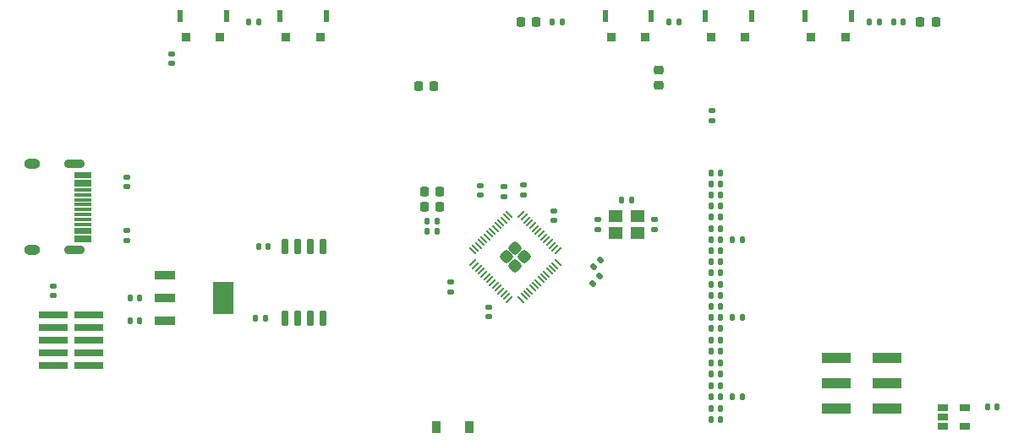
<source format=gtp>
G04 #@! TF.GenerationSoftware,KiCad,Pcbnew,6.0.7-f9a2dced07~116~ubuntu22.04.1*
G04 #@! TF.CreationDate,2022-09-25T17:36:40-07:00*
G04 #@! TF.ProjectId,rc2014compat-pico-vga,72633230-3134-4636-9f6d-7061742d7069,rev?*
G04 #@! TF.SameCoordinates,Original*
G04 #@! TF.FileFunction,Paste,Top*
G04 #@! TF.FilePolarity,Positive*
%FSLAX46Y46*%
G04 Gerber Fmt 4.6, Leading zero omitted, Abs format (unit mm)*
G04 Created by KiCad (PCBNEW 6.0.7-f9a2dced07~116~ubuntu22.04.1) date 2022-09-25 17:36:40*
%MOMM*%
%LPD*%
G01*
G04 APERTURE LIST*
G04 Aperture macros list*
%AMRoundRect*
0 Rectangle with rounded corners*
0 $1 Rounding radius*
0 $2 $3 $4 $5 $6 $7 $8 $9 X,Y pos of 4 corners*
0 Add a 4 corners polygon primitive as box body*
4,1,4,$2,$3,$4,$5,$6,$7,$8,$9,$2,$3,0*
0 Add four circle primitives for the rounded corners*
1,1,$1+$1,$2,$3*
1,1,$1+$1,$4,$5*
1,1,$1+$1,$6,$7*
1,1,$1+$1,$8,$9*
0 Add four rect primitives between the rounded corners*
20,1,$1+$1,$2,$3,$4,$5,0*
20,1,$1+$1,$4,$5,$6,$7,0*
20,1,$1+$1,$6,$7,$8,$9,0*
20,1,$1+$1,$8,$9,$2,$3,0*%
G04 Aperture macros list end*
%ADD10RoundRect,0.218750X-0.218750X-0.256250X0.218750X-0.256250X0.218750X0.256250X-0.218750X0.256250X0*%
%ADD11RoundRect,0.147500X0.147500X0.172500X-0.147500X0.172500X-0.147500X-0.172500X0.147500X-0.172500X0*%
%ADD12R,3.000000X1.000000*%
%ADD13R,0.900000X0.900000*%
%ADD14R,0.600000X1.200000*%
%ADD15RoundRect,0.147500X0.172500X-0.147500X0.172500X0.147500X-0.172500X0.147500X-0.172500X-0.147500X0*%
%ADD16RoundRect,0.147500X-0.172500X0.147500X-0.172500X-0.147500X0.172500X-0.147500X0.172500X0.147500X0*%
%ADD17RoundRect,0.147500X0.017678X-0.226274X0.226274X-0.017678X-0.017678X0.226274X-0.226274X0.017678X0*%
%ADD18RoundRect,0.147500X-0.147500X-0.172500X0.147500X-0.172500X0.147500X0.172500X-0.147500X0.172500X0*%
%ADD19RoundRect,0.218750X0.218750X0.256250X-0.218750X0.256250X-0.218750X-0.256250X0.218750X-0.256250X0*%
%ADD20R,1.060000X0.650000*%
%ADD21R,0.900000X1.200000*%
%ADD22R,2.997200X0.762000*%
%ADD23R,1.750000X0.300000*%
%ADD24O,1.600000X1.000000*%
%ADD25O,2.100000X0.900000*%
%ADD26RoundRect,0.218750X0.256250X-0.218750X0.256250X0.218750X-0.256250X0.218750X-0.256250X-0.218750X0*%
%ADD27RoundRect,0.150000X0.150000X-0.650000X0.150000X0.650000X-0.150000X0.650000X-0.150000X-0.650000X0*%
%ADD28RoundRect,0.250000X0.000000X-0.413257X0.413257X0.000000X0.000000X0.413257X-0.413257X0.000000X0*%
%ADD29RoundRect,0.050000X-0.238649X-0.309359X0.309359X0.238649X0.238649X0.309359X-0.309359X-0.238649X0*%
%ADD30RoundRect,0.050000X0.238649X-0.309359X0.309359X-0.238649X-0.238649X0.309359X-0.309359X0.238649X0*%
%ADD31R,1.400000X1.200000*%
%ADD32R,2.150000X0.950000*%
%ADD33R,2.150000X3.250000*%
G04 APERTURE END LIST*
D10*
G04 #@! TO.C,R37*
X194335300Y-121920000D03*
X195910300Y-121920000D03*
G04 #@! TD*
D11*
G04 #@! TO.C,R21*
X224005000Y-136779000D03*
X223035000Y-136779000D03*
G04 #@! TD*
D12*
G04 #@! TO.C,SW5*
X235585000Y-143637000D03*
X235585000Y-141097000D03*
X235585000Y-138547000D03*
X240665000Y-143637000D03*
X240665000Y-141097000D03*
X240665000Y-138557000D03*
G04 #@! TD*
D13*
G04 #@! TO.C,SW1*
X183912000Y-106360000D03*
X180512000Y-106360000D03*
D14*
X184512000Y-104310000D03*
X179912000Y-104310000D03*
G04 #@! TD*
D15*
G04 #@! TO.C,C14*
X204266800Y-122201800D03*
X204266800Y-121231800D03*
G04 #@! TD*
D11*
G04 #@! TO.C,R10*
X224005000Y-144780000D03*
X223035000Y-144780000D03*
G04 #@! TD*
D16*
G04 #@! TO.C,C17*
X200761600Y-133474600D03*
X200761600Y-134444600D03*
G04 #@! TD*
D11*
G04 #@! TO.C,R13*
X224005000Y-130048000D03*
X223035000Y-130048000D03*
G04 #@! TD*
G04 #@! TO.C,R9*
X224005000Y-143637000D03*
X223035000Y-143637000D03*
G04 #@! TD*
D17*
G04 #@! TO.C,C8*
X211289853Y-129451147D03*
X211975747Y-128765253D03*
G04 #@! TD*
D18*
G04 #@! TO.C,R33*
X214094200Y-122732800D03*
X215064200Y-122732800D03*
G04 #@! TD*
D16*
G04 #@! TO.C,R16*
X164592000Y-125803800D03*
X164592000Y-126773800D03*
G04 #@! TD*
D18*
G04 #@! TO.C,R1*
X218844000Y-104902000D03*
X219814000Y-104902000D03*
G04 #@! TD*
D19*
G04 #@! TO.C,D1*
X245577500Y-104910000D03*
X244002500Y-104910000D03*
G04 #@! TD*
D18*
G04 #@! TO.C,R35*
X177467400Y-134569200D03*
X178437400Y-134569200D03*
G04 #@! TD*
D16*
G04 #@! TO.C,C11*
X197002400Y-130985400D03*
X197002400Y-131955400D03*
G04 #@! TD*
D11*
G04 #@! TO.C,R3*
X224005000Y-137922000D03*
X223035000Y-137922000D03*
G04 #@! TD*
G04 #@! TO.C,R5*
X224005000Y-141351000D03*
X223035000Y-141351000D03*
G04 #@! TD*
D15*
G04 #@! TO.C,C16*
X157226000Y-132311000D03*
X157226000Y-131341000D03*
G04 #@! TD*
D13*
G04 #@! TO.C,SW4*
X236490000Y-106360000D03*
X233090000Y-106360000D03*
D14*
X232490000Y-104310000D03*
X237090000Y-104310000D03*
G04 #@! TD*
D11*
G04 #@! TO.C,R24*
X224005000Y-122224800D03*
X223035000Y-122224800D03*
G04 #@! TD*
D13*
G04 #@! TO.C,SW6*
X173912000Y-106360000D03*
X170512000Y-106360000D03*
D14*
X169912000Y-104310000D03*
X174512000Y-104310000D03*
G04 #@! TD*
D11*
G04 #@! TO.C,R30*
X224005000Y-127812800D03*
X223035000Y-127812800D03*
G04 #@! TD*
G04 #@! TO.C,C3*
X165839000Y-134823200D03*
X164869000Y-134823200D03*
G04 #@! TD*
D20*
G04 #@! TO.C,U1*
X246296000Y-143525200D03*
X246296000Y-144475200D03*
X246296000Y-145425200D03*
X248496000Y-145425200D03*
X248496000Y-143525200D03*
G04 #@! TD*
D11*
G04 #@! TO.C,R23*
X224005000Y-123342400D03*
X223035000Y-123342400D03*
G04 #@! TD*
D10*
G04 #@! TO.C,D3*
X204002500Y-104910000D03*
X205577500Y-104910000D03*
G04 #@! TD*
D11*
G04 #@! TO.C,R2*
X224005000Y-139065000D03*
X223035000Y-139065000D03*
G04 #@! TD*
G04 #@! TO.C,R7*
X224005000Y-142494000D03*
X223035000Y-142494000D03*
G04 #@! TD*
D15*
G04 #@! TO.C,C6*
X211734400Y-125656200D03*
X211734400Y-124686200D03*
G04 #@! TD*
D11*
G04 #@! TO.C,R32*
X224005000Y-119989600D03*
X223035000Y-119989600D03*
G04 #@! TD*
G04 #@! TO.C,R29*
X224005000Y-128930400D03*
X223035000Y-128930400D03*
G04 #@! TD*
D21*
G04 #@! TO.C,D2*
X195555600Y-145542000D03*
X198855600Y-145542000D03*
G04 #@! TD*
D18*
G04 #@! TO.C,R22*
X238910000Y-104902000D03*
X239880000Y-104902000D03*
G04 #@! TD*
D15*
G04 #@! TO.C,C10*
X199948800Y-122252600D03*
X199948800Y-121282600D03*
G04 #@! TD*
D11*
G04 #@! TO.C,R27*
X226164000Y-126695200D03*
X225194000Y-126695200D03*
G04 #@! TD*
D15*
G04 #@! TO.C,C18*
X207314800Y-124792600D03*
X207314800Y-123822600D03*
G04 #@! TD*
D11*
G04 #@! TO.C,R38*
X208130000Y-104910000D03*
X207160000Y-104910000D03*
G04 #@! TD*
D13*
G04 #@! TO.C,SW2*
X216490000Y-106360000D03*
X213090000Y-106360000D03*
D14*
X212490000Y-104310000D03*
X217090000Y-104310000D03*
G04 #@! TD*
D22*
G04 #@! TO.C,J6*
X157226000Y-134239000D03*
X160782000Y-134239000D03*
X157226000Y-135509000D03*
X160782000Y-135509000D03*
X157226000Y-136779000D03*
X160782000Y-136779000D03*
X157226000Y-138049000D03*
X160782000Y-138049000D03*
X157226000Y-139319000D03*
X160782000Y-139319000D03*
G04 #@! TD*
D13*
G04 #@! TO.C,SW3*
X226490000Y-106360000D03*
X223090000Y-106360000D03*
D14*
X227090000Y-104310000D03*
X222490000Y-104310000D03*
G04 #@! TD*
D11*
G04 #@! TO.C,R20*
X224005000Y-135636000D03*
X223035000Y-135636000D03*
G04 #@! TD*
D23*
G04 #@! TO.C,J3*
X160122000Y-120094000D03*
X160122000Y-120894000D03*
X160122000Y-122194000D03*
X160122000Y-123194000D03*
X160122000Y-123694000D03*
X160122000Y-124694000D03*
X160122000Y-125994000D03*
X160122000Y-126794000D03*
X160122000Y-126494000D03*
X160122000Y-125694000D03*
X160122000Y-125194000D03*
X160122000Y-124194000D03*
X160122000Y-122694000D03*
X160122000Y-121694000D03*
X160122000Y-121194000D03*
X160122000Y-120394000D03*
D24*
X155102000Y-127764000D03*
D25*
X159282000Y-119124000D03*
X159282000Y-127764000D03*
D24*
X155102000Y-119124000D03*
G04 #@! TD*
D11*
G04 #@! TO.C,C15*
X195607800Y-124815600D03*
X194637800Y-124815600D03*
G04 #@! TD*
D26*
G04 #@! TO.C,C1*
X217855800Y-111252100D03*
X217855800Y-109677100D03*
G04 #@! TD*
D11*
G04 #@! TO.C,R17*
X226164000Y-134518400D03*
X225194000Y-134518400D03*
G04 #@! TD*
G04 #@! TO.C,R28*
X224005000Y-126695200D03*
X223035000Y-126695200D03*
G04 #@! TD*
G04 #@! TO.C,R15*
X224005000Y-133400800D03*
X223035000Y-133400800D03*
G04 #@! TD*
D18*
G04 #@! TO.C,C5*
X250721000Y-143510000D03*
X251691000Y-143510000D03*
G04 #@! TD*
D27*
G04 #@! TO.C,U3*
X180365400Y-134562400D03*
X181635400Y-134562400D03*
X182905400Y-134562400D03*
X184175400Y-134562400D03*
X184175400Y-127362400D03*
X182905400Y-127362400D03*
X181635400Y-127362400D03*
X180365400Y-127362400D03*
G04 #@! TD*
D28*
G04 #@! TO.C,U2*
X203449300Y-129336661D03*
X202547739Y-128435100D03*
X204350861Y-128435100D03*
X203449300Y-127533539D03*
D29*
X199180143Y-129027302D03*
X199462986Y-129310145D03*
X199745828Y-129592987D03*
X200028671Y-129875830D03*
X200311514Y-130158673D03*
X200594356Y-130441515D03*
X200877199Y-130724358D03*
X201160042Y-131007201D03*
X201442885Y-131290044D03*
X201725727Y-131572886D03*
X202008570Y-131855729D03*
X202291413Y-132138572D03*
X202574255Y-132421414D03*
X202857098Y-132704257D03*
D30*
X204041502Y-132704257D03*
X204324345Y-132421414D03*
X204607187Y-132138572D03*
X204890030Y-131855729D03*
X205172873Y-131572886D03*
X205455715Y-131290044D03*
X205738558Y-131007201D03*
X206021401Y-130724358D03*
X206304244Y-130441515D03*
X206587086Y-130158673D03*
X206869929Y-129875830D03*
X207152772Y-129592987D03*
X207435614Y-129310145D03*
X207718457Y-129027302D03*
D29*
X207718457Y-127842898D03*
X207435614Y-127560055D03*
X207152772Y-127277213D03*
X206869929Y-126994370D03*
X206587086Y-126711527D03*
X206304244Y-126428685D03*
X206021401Y-126145842D03*
X205738558Y-125862999D03*
X205455715Y-125580156D03*
X205172873Y-125297314D03*
X204890030Y-125014471D03*
X204607187Y-124731628D03*
X204324345Y-124448786D03*
X204041502Y-124165943D03*
D30*
X202857098Y-124165943D03*
X202574255Y-124448786D03*
X202291413Y-124731628D03*
X202008570Y-125014471D03*
X201725727Y-125297314D03*
X201442885Y-125580156D03*
X201160042Y-125862999D03*
X200877199Y-126145842D03*
X200594356Y-126428685D03*
X200311514Y-126711527D03*
X200028671Y-126994370D03*
X199745828Y-127277213D03*
X199462986Y-127560055D03*
X199180143Y-127842898D03*
G04 #@! TD*
D11*
G04 #@! TO.C,R14*
X224005000Y-132283200D03*
X223035000Y-132283200D03*
G04 #@! TD*
G04 #@! TO.C,C12*
X178716800Y-127355600D03*
X177746800Y-127355600D03*
G04 #@! TD*
D15*
G04 #@! TO.C,R39*
X169011600Y-109044600D03*
X169011600Y-108074600D03*
G04 #@! TD*
G04 #@! TO.C,C19*
X202336400Y-122354200D03*
X202336400Y-121384200D03*
G04 #@! TD*
D11*
G04 #@! TO.C,C9*
X195607800Y-125882400D03*
X194637800Y-125882400D03*
G04 #@! TD*
D31*
G04 #@! TO.C,X1*
X213479200Y-126021200D03*
X215679200Y-126021200D03*
X215679200Y-124321200D03*
X213479200Y-124321200D03*
G04 #@! TD*
D10*
G04 #@! TO.C,R36*
X194335300Y-123444000D03*
X195910300Y-123444000D03*
G04 #@! TD*
D18*
G04 #@! TO.C,R34*
X176756200Y-104902000D03*
X177726200Y-104902000D03*
G04 #@! TD*
D32*
G04 #@! TO.C,VR1*
X168397600Y-130237200D03*
X168397600Y-132537200D03*
X168397600Y-134837200D03*
D33*
X174197600Y-132537200D03*
G04 #@! TD*
D11*
G04 #@! TO.C,C4*
X165839000Y-132537200D03*
X164869000Y-132537200D03*
G04 #@! TD*
D19*
G04 #@! TO.C,C2*
X195326100Y-111277400D03*
X193751100Y-111277400D03*
G04 #@! TD*
D11*
G04 #@! TO.C,R4*
X224005000Y-140208000D03*
X223035000Y-140208000D03*
G04 #@! TD*
G04 #@! TO.C,R6*
X226164000Y-142494000D03*
X225194000Y-142494000D03*
G04 #@! TD*
G04 #@! TO.C,R12*
X224005000Y-131165600D03*
X223035000Y-131165600D03*
G04 #@! TD*
D15*
G04 #@! TO.C,R19*
X164592000Y-121389000D03*
X164592000Y-120419000D03*
G04 #@! TD*
D17*
G04 #@! TO.C,C13*
X211188253Y-131076747D03*
X211874147Y-130390853D03*
G04 #@! TD*
D11*
G04 #@! TO.C,R18*
X224005000Y-134518400D03*
X223035000Y-134518400D03*
G04 #@! TD*
G04 #@! TO.C,R26*
X224005000Y-125577600D03*
X223035000Y-125577600D03*
G04 #@! TD*
G04 #@! TO.C,R25*
X224005000Y-124460000D03*
X223035000Y-124460000D03*
G04 #@! TD*
D18*
G04 #@! TO.C,R8*
X241323000Y-104902000D03*
X242293000Y-104902000D03*
G04 #@! TD*
D11*
G04 #@! TO.C,R31*
X224005000Y-121107200D03*
X223035000Y-121107200D03*
G04 #@! TD*
D15*
G04 #@! TO.C,C7*
X217424000Y-125656200D03*
X217424000Y-124686200D03*
G04 #@! TD*
D16*
G04 #@! TO.C,R11*
X223164400Y-113764200D03*
X223164400Y-114734200D03*
G04 #@! TD*
M02*

</source>
